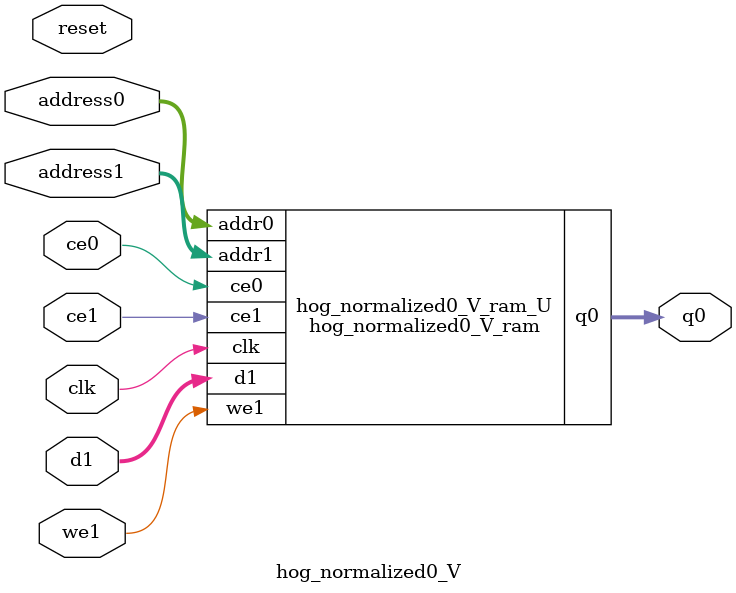
<source format=v>

`timescale 1 ns / 1 ps
module hog_normalized0_V_ram (addr0, ce0, q0, addr1, ce1, d1, we1,  clk);

parameter DWIDTH = 10;
parameter AWIDTH = 7;
parameter MEM_SIZE = 72;

input[AWIDTH-1:0] addr0;
input ce0;
output reg[DWIDTH-1:0] q0;
input[AWIDTH-1:0] addr1;
input ce1;
input[DWIDTH-1:0] d1;
input we1;
input clk;

(* ram_style = "block" *)reg [DWIDTH-1:0] ram[0:MEM_SIZE-1];




always @(posedge clk)  
begin 
    if (ce0) 
    begin
            q0 <= ram[addr0];
    end
end


always @(posedge clk)  
begin 
    if (ce1) 
    begin
        if (we1) 
        begin 
            ram[addr1] <= d1; 
        end 
    end
end


endmodule


`timescale 1 ns / 1 ps
module hog_normalized0_V(
    reset,
    clk,
    address0,
    ce0,
    q0,
    address1,
    ce1,
    we1,
    d1);

parameter DataWidth = 32'd10;
parameter AddressRange = 32'd72;
parameter AddressWidth = 32'd7;
input reset;
input clk;
input[AddressWidth - 1:0] address0;
input ce0;
output[DataWidth - 1:0] q0;
input[AddressWidth - 1:0] address1;
input ce1;
input we1;
input[DataWidth - 1:0] d1;



hog_normalized0_V_ram hog_normalized0_V_ram_U(
    .clk( clk ),
    .addr0( address0 ),
    .ce0( ce0 ),
    .q0( q0 ),
    .addr1( address1 ),
    .ce1( ce1 ),
    .d1( d1 ),
    .we1( we1 ));

endmodule


</source>
